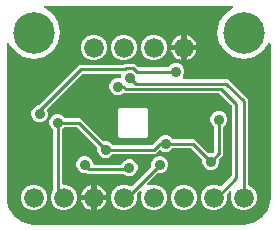
<source format=gbr>
G04 EAGLE Gerber RS-274X export*
G75*
%MOMM*%
%FSLAX34Y34*%
%LPD*%
%INBottom Copper*%
%IPPOS*%
%AMOC8*
5,1,8,0,0,1.08239X$1,22.5*%
G01*
%ADD10C,3.516000*%
%ADD11C,1.676400*%
%ADD12C,0.254000*%
%ADD13C,0.906400*%

G36*
X203222Y2543D02*
X203222Y2543D01*
X203300Y2545D01*
X206677Y2810D01*
X206745Y2824D01*
X206814Y2829D01*
X206970Y2869D01*
X213394Y4956D01*
X213501Y5006D01*
X213612Y5050D01*
X213663Y5083D01*
X213682Y5091D01*
X213697Y5104D01*
X213748Y5136D01*
X219212Y9107D01*
X219299Y9188D01*
X219346Y9227D01*
X219352Y9231D01*
X219353Y9232D01*
X219391Y9264D01*
X219429Y9310D01*
X219444Y9324D01*
X219455Y9342D01*
X219493Y9388D01*
X223464Y14852D01*
X223521Y14956D01*
X223585Y15056D01*
X223607Y15113D01*
X223617Y15131D01*
X223622Y15151D01*
X223644Y15206D01*
X225731Y21630D01*
X225744Y21698D01*
X225767Y21764D01*
X225790Y21923D01*
X226055Y25300D01*
X226055Y25304D01*
X226056Y25307D01*
X226055Y25326D01*
X226059Y25400D01*
X226059Y155096D01*
X226046Y155200D01*
X226042Y155304D01*
X226026Y155357D01*
X226019Y155411D01*
X225981Y155508D01*
X225951Y155609D01*
X225923Y155656D01*
X225902Y155707D01*
X225841Y155792D01*
X225787Y155881D01*
X225748Y155920D01*
X225716Y155965D01*
X225635Y156031D01*
X225561Y156104D01*
X225513Y156132D01*
X225471Y156167D01*
X225376Y156212D01*
X225286Y156264D01*
X225233Y156279D01*
X225183Y156303D01*
X225080Y156322D01*
X224980Y156351D01*
X224925Y156352D01*
X224871Y156363D01*
X224766Y156356D01*
X224662Y156359D01*
X224608Y156346D01*
X224553Y156343D01*
X224454Y156311D01*
X224352Y156287D01*
X224303Y156262D01*
X224251Y156245D01*
X224162Y156189D01*
X224070Y156141D01*
X224028Y156104D01*
X223982Y156075D01*
X223910Y155999D01*
X223832Y155929D01*
X223779Y155859D01*
X223764Y155843D01*
X223757Y155830D01*
X223735Y155801D01*
X219234Y149066D01*
X211878Y144150D01*
X203200Y142424D01*
X194522Y144150D01*
X187166Y149066D01*
X182250Y156422D01*
X180524Y165100D01*
X182250Y173778D01*
X187166Y181134D01*
X193901Y185635D01*
X193980Y185703D01*
X194065Y185764D01*
X194100Y185807D01*
X194141Y185843D01*
X194201Y185929D01*
X194267Y186009D01*
X194291Y186059D01*
X194322Y186105D01*
X194358Y186203D01*
X194403Y186297D01*
X194413Y186351D01*
X194432Y186403D01*
X194443Y186507D01*
X194463Y186610D01*
X194459Y186665D01*
X194465Y186719D01*
X194449Y186823D01*
X194443Y186927D01*
X194426Y186979D01*
X194418Y187034D01*
X194377Y187130D01*
X194345Y187229D01*
X194315Y187276D01*
X194294Y187327D01*
X194231Y187410D01*
X194175Y187498D01*
X194135Y187536D01*
X194101Y187580D01*
X194019Y187645D01*
X193943Y187716D01*
X193895Y187743D01*
X193852Y187777D01*
X193756Y187819D01*
X193665Y187870D01*
X193611Y187883D01*
X193561Y187906D01*
X193458Y187923D01*
X193357Y187949D01*
X193269Y187955D01*
X193247Y187958D01*
X193232Y187957D01*
X193196Y187959D01*
X35404Y187959D01*
X35300Y187946D01*
X35196Y187942D01*
X35143Y187926D01*
X35089Y187919D01*
X34992Y187881D01*
X34891Y187851D01*
X34844Y187823D01*
X34793Y187802D01*
X34708Y187741D01*
X34619Y187687D01*
X34580Y187648D01*
X34535Y187616D01*
X34469Y187535D01*
X34396Y187461D01*
X34368Y187413D01*
X34333Y187371D01*
X34288Y187276D01*
X34236Y187186D01*
X34221Y187133D01*
X34197Y187083D01*
X34178Y186980D01*
X34149Y186880D01*
X34148Y186825D01*
X34137Y186771D01*
X34144Y186666D01*
X34141Y186562D01*
X34154Y186508D01*
X34157Y186453D01*
X34189Y186354D01*
X34213Y186252D01*
X34238Y186203D01*
X34255Y186151D01*
X34311Y186062D01*
X34359Y185970D01*
X34396Y185928D01*
X34425Y185882D01*
X34501Y185810D01*
X34571Y185732D01*
X34641Y185679D01*
X34657Y185664D01*
X34670Y185657D01*
X34699Y185635D01*
X41434Y181134D01*
X46350Y173778D01*
X48076Y165100D01*
X46350Y156422D01*
X41434Y149066D01*
X34078Y144150D01*
X25400Y142424D01*
X16722Y144150D01*
X9366Y149066D01*
X4865Y155801D01*
X4797Y155880D01*
X4736Y155965D01*
X4693Y156000D01*
X4657Y156041D01*
X4571Y156101D01*
X4491Y156167D01*
X4441Y156191D01*
X4395Y156222D01*
X4297Y156258D01*
X4203Y156303D01*
X4149Y156313D01*
X4097Y156332D01*
X3993Y156343D01*
X3890Y156363D01*
X3835Y156359D01*
X3781Y156365D01*
X3677Y156349D01*
X3573Y156343D01*
X3521Y156326D01*
X3466Y156318D01*
X3370Y156277D01*
X3271Y156245D01*
X3224Y156215D01*
X3173Y156194D01*
X3090Y156131D01*
X3002Y156075D01*
X2964Y156035D01*
X2920Y156001D01*
X2855Y155919D01*
X2784Y155843D01*
X2757Y155795D01*
X2723Y155752D01*
X2681Y155656D01*
X2630Y155565D01*
X2617Y155511D01*
X2594Y155461D01*
X2577Y155358D01*
X2551Y155257D01*
X2545Y155169D01*
X2542Y155147D01*
X2543Y155132D01*
X2541Y155096D01*
X2541Y25400D01*
X2543Y25378D01*
X2545Y25300D01*
X2810Y21923D01*
X2824Y21855D01*
X2829Y21786D01*
X2869Y21630D01*
X4956Y15206D01*
X5006Y15099D01*
X5050Y14988D01*
X5083Y14937D01*
X5091Y14918D01*
X5104Y14903D01*
X5136Y14852D01*
X9107Y9388D01*
X9127Y9366D01*
X9138Y9348D01*
X9184Y9305D01*
X9188Y9301D01*
X9264Y9209D01*
X9310Y9171D01*
X9324Y9156D01*
X9342Y9145D01*
X9388Y9107D01*
X14596Y5322D01*
X14852Y5136D01*
X14956Y5079D01*
X15056Y5015D01*
X15113Y4993D01*
X15131Y4983D01*
X15151Y4978D01*
X15206Y4956D01*
X21630Y2869D01*
X21698Y2856D01*
X21764Y2833D01*
X21923Y2810D01*
X25300Y2545D01*
X25322Y2546D01*
X25400Y2541D01*
X203200Y2541D01*
X203222Y2543D01*
G37*
%LPC*%
G36*
X175627Y14477D02*
X175627Y14477D01*
X171613Y16140D01*
X168540Y19213D01*
X166877Y23227D01*
X166877Y27573D01*
X168540Y31587D01*
X171613Y34660D01*
X175627Y36323D01*
X179973Y36323D01*
X183480Y34870D01*
X183508Y34862D01*
X183535Y34849D01*
X183662Y34820D01*
X183787Y34786D01*
X183816Y34786D01*
X183845Y34779D01*
X183975Y34783D01*
X184105Y34781D01*
X184133Y34788D01*
X184163Y34789D01*
X184287Y34825D01*
X184414Y34855D01*
X184440Y34869D01*
X184468Y34877D01*
X184580Y34943D01*
X184695Y35004D01*
X184717Y35024D01*
X184742Y35039D01*
X184863Y35145D01*
X192922Y43203D01*
X192982Y43282D01*
X193050Y43354D01*
X193079Y43407D01*
X193116Y43455D01*
X193156Y43546D01*
X193204Y43632D01*
X193219Y43691D01*
X193243Y43747D01*
X193258Y43844D01*
X193283Y43940D01*
X193289Y44040D01*
X193293Y44061D01*
X193291Y44073D01*
X193293Y44101D01*
X193293Y102521D01*
X193281Y102619D01*
X193278Y102718D01*
X193261Y102776D01*
X193253Y102836D01*
X193217Y102928D01*
X193189Y103023D01*
X193159Y103076D01*
X193136Y103132D01*
X193078Y103212D01*
X193028Y103297D01*
X192962Y103373D01*
X192950Y103389D01*
X192940Y103397D01*
X192922Y103418D01*
X183174Y113166D01*
X183096Y113226D01*
X183024Y113294D01*
X182971Y113323D01*
X182923Y113360D01*
X182832Y113400D01*
X182745Y113448D01*
X182687Y113463D01*
X182631Y113487D01*
X182533Y113502D01*
X182437Y113527D01*
X182337Y113533D01*
X182317Y113537D01*
X182305Y113535D01*
X182277Y113537D01*
X101718Y113537D01*
X101713Y113540D01*
X101674Y113548D01*
X101638Y113564D01*
X101520Y113583D01*
X101403Y113609D01*
X101363Y113608D01*
X101323Y113614D01*
X101205Y113603D01*
X101085Y113599D01*
X101047Y113588D01*
X101007Y113584D01*
X100895Y113544D01*
X100780Y113511D01*
X100745Y113490D01*
X100708Y113477D01*
X100640Y113431D01*
X97927Y112307D01*
X95113Y112307D01*
X92514Y113384D01*
X90524Y115374D01*
X89447Y117973D01*
X89447Y120787D01*
X90524Y123386D01*
X92514Y125376D01*
X95113Y126453D01*
X97938Y126453D01*
X97945Y126449D01*
X98053Y126429D01*
X98159Y126400D01*
X98209Y126399D01*
X98258Y126390D01*
X98367Y126396D01*
X98477Y126395D01*
X98525Y126406D01*
X98575Y126409D01*
X98679Y126443D01*
X98786Y126469D01*
X98830Y126492D01*
X98877Y126507D01*
X98970Y126566D01*
X99067Y126617D01*
X99104Y126651D01*
X99146Y126677D01*
X99221Y126757D01*
X99303Y126831D01*
X99330Y126873D01*
X99364Y126909D01*
X99417Y127005D01*
X99477Y127097D01*
X99494Y127144D01*
X99518Y127188D01*
X99545Y127294D01*
X99581Y127398D01*
X99585Y127447D01*
X99597Y127496D01*
X99607Y127656D01*
X99607Y128490D01*
X99624Y128550D01*
X99624Y128600D01*
X99634Y128649D01*
X99627Y128758D01*
X99629Y128868D01*
X99617Y128917D01*
X99614Y128966D01*
X99580Y129071D01*
X99555Y129177D01*
X99531Y129222D01*
X99516Y129269D01*
X99457Y129362D01*
X99406Y129459D01*
X99373Y129496D01*
X99346Y129538D01*
X99266Y129613D01*
X99192Y129694D01*
X99151Y129721D01*
X99114Y129756D01*
X99018Y129809D01*
X98927Y129869D01*
X98879Y129885D01*
X98836Y129909D01*
X98730Y129936D01*
X98626Y129972D01*
X98576Y129976D01*
X98528Y129989D01*
X98367Y129999D01*
X67334Y129999D01*
X67236Y129986D01*
X67136Y129983D01*
X67078Y129967D01*
X67018Y129959D01*
X66926Y129922D01*
X66831Y129895D01*
X66779Y129864D01*
X66722Y129842D01*
X66642Y129784D01*
X66557Y129733D01*
X66482Y129667D01*
X66465Y129655D01*
X66457Y129646D01*
X66436Y129627D01*
X37250Y100441D01*
X37232Y100418D01*
X37210Y100398D01*
X37135Y100293D01*
X37055Y100190D01*
X37043Y100163D01*
X37027Y100138D01*
X36981Y100017D01*
X36929Y99898D01*
X36924Y99869D01*
X36914Y99841D01*
X36899Y99712D01*
X36879Y99584D01*
X36882Y99554D01*
X36879Y99525D01*
X36897Y99397D01*
X36909Y99267D01*
X36919Y99239D01*
X36923Y99210D01*
X36975Y99058D01*
X37553Y97663D01*
X37553Y94849D01*
X36476Y92250D01*
X34486Y90260D01*
X31887Y89184D01*
X29073Y89184D01*
X26474Y90260D01*
X24484Y92250D01*
X23407Y94849D01*
X23407Y97663D01*
X24484Y100263D01*
X26474Y102252D01*
X29294Y103420D01*
X29337Y103433D01*
X29389Y103464D01*
X29445Y103486D01*
X29525Y103544D01*
X29611Y103594D01*
X29686Y103661D01*
X29703Y103673D01*
X29710Y103682D01*
X29732Y103701D01*
X63651Y137620D01*
X100306Y137620D01*
X100404Y137633D01*
X100504Y137636D01*
X100562Y137652D01*
X100622Y137660D01*
X100714Y137697D01*
X100809Y137724D01*
X100861Y137755D01*
X100918Y137777D01*
X100998Y137835D01*
X101083Y137886D01*
X101158Y137952D01*
X101175Y137964D01*
X101183Y137973D01*
X101204Y137992D01*
X101857Y138645D01*
X111503Y138645D01*
X113886Y136262D01*
X113964Y136202D01*
X114036Y136134D01*
X114089Y136105D01*
X114137Y136068D01*
X114228Y136028D01*
X114315Y135980D01*
X114373Y135965D01*
X114429Y135941D01*
X114527Y135926D01*
X114623Y135901D01*
X114723Y135895D01*
X114743Y135891D01*
X114755Y135893D01*
X114783Y135891D01*
X139333Y135891D01*
X139431Y135903D01*
X139530Y135906D01*
X139588Y135923D01*
X139648Y135931D01*
X139740Y135967D01*
X139835Y135995D01*
X139888Y136025D01*
X139944Y136048D01*
X140024Y136106D01*
X140109Y136156D01*
X140185Y136222D01*
X140201Y136234D01*
X140209Y136244D01*
X140230Y136262D01*
X142044Y138076D01*
X144643Y139153D01*
X147457Y139153D01*
X150056Y138076D01*
X152046Y136086D01*
X153123Y133487D01*
X153123Y130673D01*
X152046Y128074D01*
X151870Y127898D01*
X151785Y127788D01*
X151696Y127681D01*
X151687Y127662D01*
X151675Y127646D01*
X151620Y127519D01*
X151560Y127393D01*
X151557Y127373D01*
X151549Y127354D01*
X151527Y127217D01*
X151501Y127080D01*
X151502Y127060D01*
X151499Y127040D01*
X151512Y126902D01*
X151520Y126763D01*
X151527Y126744D01*
X151528Y126724D01*
X151576Y126592D01*
X151618Y126461D01*
X151629Y126444D01*
X151636Y126424D01*
X151714Y126309D01*
X151789Y126192D01*
X151803Y126178D01*
X151815Y126161D01*
X151919Y126069D01*
X152020Y125974D01*
X152038Y125964D01*
X152053Y125951D01*
X152177Y125887D01*
X152299Y125820D01*
X152318Y125815D01*
X152336Y125806D01*
X152472Y125776D01*
X152607Y125741D01*
X152635Y125739D01*
X152647Y125736D01*
X152667Y125737D01*
X152767Y125731D01*
X189706Y125731D01*
X207011Y108426D01*
X207011Y36492D01*
X207014Y36463D01*
X207012Y36434D01*
X207034Y36305D01*
X207051Y36177D01*
X207061Y36149D01*
X207066Y36120D01*
X207120Y36002D01*
X207168Y35881D01*
X207185Y35857D01*
X207197Y35830D01*
X207278Y35729D01*
X207354Y35624D01*
X207377Y35605D01*
X207396Y35582D01*
X207499Y35504D01*
X207599Y35421D01*
X207626Y35408D01*
X207650Y35391D01*
X207794Y35320D01*
X209387Y34660D01*
X212460Y31587D01*
X214123Y27573D01*
X214123Y23227D01*
X212460Y19213D01*
X209387Y16140D01*
X205373Y14477D01*
X201027Y14477D01*
X197013Y16140D01*
X193940Y19213D01*
X192277Y23227D01*
X192277Y27573D01*
X192811Y28861D01*
X192829Y28928D01*
X192857Y28993D01*
X192871Y29081D01*
X192895Y29168D01*
X192896Y29238D01*
X192907Y29307D01*
X192899Y29396D01*
X192900Y29486D01*
X192884Y29554D01*
X192877Y29623D01*
X192847Y29708D01*
X192826Y29795D01*
X192793Y29857D01*
X192770Y29923D01*
X192719Y29997D01*
X192677Y30076D01*
X192630Y30128D01*
X192591Y30186D01*
X192524Y30245D01*
X192463Y30312D01*
X192405Y30350D01*
X192353Y30396D01*
X192273Y30437D01*
X192197Y30486D01*
X192131Y30509D01*
X192069Y30541D01*
X191982Y30560D01*
X191897Y30590D01*
X191827Y30595D01*
X191759Y30610D01*
X191669Y30608D01*
X191580Y30615D01*
X191511Y30603D01*
X191441Y30601D01*
X191355Y30576D01*
X191266Y30560D01*
X191203Y30532D01*
X191136Y30512D01*
X191058Y30467D01*
X190976Y30430D01*
X190922Y30386D01*
X190862Y30351D01*
X190741Y30244D01*
X189094Y28598D01*
X189034Y28520D01*
X188966Y28448D01*
X188937Y28395D01*
X188900Y28347D01*
X188860Y28256D01*
X188812Y28169D01*
X188797Y28110D01*
X188773Y28055D01*
X188758Y27957D01*
X188733Y27861D01*
X188727Y27761D01*
X188723Y27741D01*
X188725Y27728D01*
X188723Y27700D01*
X188723Y23227D01*
X187060Y19213D01*
X183987Y16140D01*
X179973Y14477D01*
X175627Y14477D01*
G37*
%LPD*%
%LPC*%
G36*
X48627Y14477D02*
X48627Y14477D01*
X44613Y16140D01*
X41540Y19213D01*
X39877Y23227D01*
X39877Y27573D01*
X41541Y31589D01*
X41598Y31663D01*
X41666Y31735D01*
X41695Y31788D01*
X41732Y31836D01*
X41772Y31927D01*
X41820Y32013D01*
X41835Y32072D01*
X41859Y32128D01*
X41874Y32225D01*
X41899Y32321D01*
X41905Y32422D01*
X41909Y32442D01*
X41907Y32454D01*
X41909Y32482D01*
X41909Y82183D01*
X41897Y82281D01*
X41894Y82380D01*
X41877Y82438D01*
X41869Y82498D01*
X41833Y82590D01*
X41805Y82685D01*
X41775Y82738D01*
X41752Y82794D01*
X41694Y82874D01*
X41644Y82959D01*
X41578Y83035D01*
X41566Y83051D01*
X41556Y83059D01*
X41538Y83080D01*
X39724Y84894D01*
X38647Y87493D01*
X38647Y90307D01*
X39724Y92906D01*
X41714Y94896D01*
X44313Y95973D01*
X47127Y95973D01*
X49726Y94896D01*
X51540Y93082D01*
X51618Y93022D01*
X51690Y92954D01*
X51743Y92925D01*
X51791Y92888D01*
X51882Y92848D01*
X51969Y92800D01*
X52027Y92785D01*
X52083Y92761D01*
X52181Y92746D01*
X52277Y92721D01*
X52377Y92715D01*
X52397Y92711D01*
X52409Y92713D01*
X52437Y92711D01*
X65078Y92711D01*
X84305Y73484D01*
X84383Y73424D01*
X84455Y73356D01*
X84508Y73327D01*
X84556Y73290D01*
X84647Y73250D01*
X84734Y73202D01*
X84792Y73187D01*
X84848Y73163D01*
X84946Y73148D01*
X85042Y73123D01*
X85142Y73117D01*
X85162Y73113D01*
X85174Y73115D01*
X85202Y73113D01*
X87767Y73113D01*
X90366Y72036D01*
X92180Y70222D01*
X92258Y70162D01*
X92330Y70094D01*
X92383Y70065D01*
X92431Y70028D01*
X92522Y69988D01*
X92609Y69940D01*
X92667Y69925D01*
X92723Y69901D01*
X92821Y69886D01*
X92917Y69861D01*
X93017Y69855D01*
X93037Y69851D01*
X93049Y69853D01*
X93077Y69851D01*
X124896Y69851D01*
X124994Y69863D01*
X125093Y69866D01*
X125151Y69883D01*
X125211Y69891D01*
X125303Y69927D01*
X125399Y69955D01*
X125451Y69985D01*
X125507Y70008D01*
X125587Y70066D01*
X125672Y70116D01*
X125748Y70182D01*
X125764Y70194D01*
X125772Y70204D01*
X125793Y70222D01*
X130510Y74939D01*
X130541Y74943D01*
X130640Y74946D01*
X130698Y74963D01*
X130758Y74971D01*
X130850Y75007D01*
X130945Y75035D01*
X130998Y75065D01*
X131054Y75088D01*
X131134Y75146D01*
X131219Y75196D01*
X131295Y75262D01*
X131311Y75274D01*
X131319Y75284D01*
X131340Y75302D01*
X133154Y77116D01*
X135753Y78193D01*
X138567Y78193D01*
X141166Y77116D01*
X142980Y75302D01*
X143058Y75242D01*
X143130Y75174D01*
X143183Y75145D01*
X143231Y75108D01*
X143322Y75068D01*
X143409Y75020D01*
X143467Y75005D01*
X143523Y74981D01*
X143621Y74966D01*
X143717Y74941D01*
X143817Y74935D01*
X143837Y74931D01*
X143849Y74933D01*
X143877Y74931D01*
X161598Y74931D01*
X173205Y63324D01*
X173283Y63264D01*
X173355Y63196D01*
X173408Y63167D01*
X173456Y63130D01*
X173547Y63090D01*
X173634Y63042D01*
X173692Y63027D01*
X173748Y63003D01*
X173846Y62988D01*
X173942Y62963D01*
X174042Y62957D01*
X174062Y62953D01*
X174074Y62955D01*
X174102Y62953D01*
X176418Y62953D01*
X176516Y62965D01*
X176615Y62968D01*
X176673Y62985D01*
X176733Y62993D01*
X176825Y63029D01*
X176921Y63057D01*
X176973Y63087D01*
X177029Y63110D01*
X177109Y63168D01*
X177194Y63218D01*
X177270Y63284D01*
X177286Y63296D01*
X177294Y63306D01*
X177315Y63324D01*
X177999Y64008D01*
X178060Y64086D01*
X178128Y64159D01*
X178157Y64212D01*
X178194Y64259D01*
X178233Y64350D01*
X178281Y64437D01*
X178296Y64496D01*
X178320Y64551D01*
X178336Y64649D01*
X178361Y64745D01*
X178367Y64845D01*
X178370Y64865D01*
X178369Y64878D01*
X178371Y64906D01*
X178371Y84723D01*
X178358Y84821D01*
X178355Y84920D01*
X178339Y84978D01*
X178331Y85038D01*
X178294Y85130D01*
X178267Y85225D01*
X178236Y85278D01*
X178214Y85334D01*
X178156Y85414D01*
X178105Y85499D01*
X178039Y85575D01*
X178027Y85591D01*
X178018Y85599D01*
X177999Y85620D01*
X176186Y87434D01*
X175109Y90033D01*
X175109Y92847D01*
X176186Y95446D01*
X178175Y97436D01*
X180775Y98513D01*
X183588Y98513D01*
X186188Y97436D01*
X188177Y95446D01*
X189254Y92847D01*
X189254Y90033D01*
X188177Y87434D01*
X186364Y85620D01*
X186303Y85542D01*
X186235Y85470D01*
X186206Y85417D01*
X186169Y85369D01*
X186130Y85278D01*
X186082Y85191D01*
X186067Y85133D01*
X186043Y85077D01*
X186027Y84979D01*
X186002Y84883D01*
X185996Y84783D01*
X185993Y84763D01*
X185994Y84751D01*
X185992Y84723D01*
X185992Y61223D01*
X182704Y57935D01*
X182644Y57857D01*
X182576Y57785D01*
X182547Y57732D01*
X182510Y57684D01*
X182470Y57593D01*
X182422Y57506D01*
X182407Y57448D01*
X182383Y57392D01*
X182368Y57294D01*
X182343Y57198D01*
X182337Y57098D01*
X182333Y57078D01*
X182335Y57066D01*
X182333Y57038D01*
X182333Y54473D01*
X181256Y51874D01*
X179266Y49884D01*
X176667Y48807D01*
X173853Y48807D01*
X171254Y49884D01*
X169264Y51874D01*
X168187Y54473D01*
X168187Y57038D01*
X168175Y57136D01*
X168172Y57235D01*
X168155Y57293D01*
X168147Y57353D01*
X168111Y57445D01*
X168083Y57541D01*
X168053Y57593D01*
X168030Y57649D01*
X167972Y57729D01*
X167922Y57814D01*
X167856Y57890D01*
X167844Y57906D01*
X167834Y57914D01*
X167816Y57935D01*
X158813Y66938D01*
X158735Y66998D01*
X158663Y67066D01*
X158610Y67095D01*
X158562Y67132D01*
X158471Y67172D01*
X158384Y67220D01*
X158326Y67235D01*
X158270Y67259D01*
X158172Y67274D01*
X158076Y67299D01*
X157976Y67305D01*
X157956Y67309D01*
X157944Y67307D01*
X157916Y67309D01*
X143877Y67309D01*
X143779Y67297D01*
X143680Y67294D01*
X143622Y67277D01*
X143562Y67269D01*
X143470Y67233D01*
X143375Y67205D01*
X143322Y67175D01*
X143266Y67152D01*
X143186Y67094D01*
X143101Y67044D01*
X143025Y66978D01*
X143009Y66966D01*
X143001Y66956D01*
X142980Y66938D01*
X141166Y65124D01*
X138567Y64047D01*
X135753Y64047D01*
X133118Y65139D01*
X133117Y65140D01*
X133028Y65219D01*
X132992Y65237D01*
X132960Y65262D01*
X132850Y65309D01*
X132744Y65363D01*
X132705Y65372D01*
X132668Y65388D01*
X132550Y65407D01*
X132434Y65433D01*
X132394Y65432D01*
X132354Y65438D01*
X132235Y65427D01*
X132116Y65423D01*
X132077Y65412D01*
X132037Y65408D01*
X131925Y65368D01*
X131811Y65335D01*
X131776Y65314D01*
X131738Y65301D01*
X131639Y65234D01*
X131537Y65173D01*
X131492Y65133D01*
X131475Y65122D01*
X131461Y65107D01*
X131416Y65067D01*
X131182Y64833D01*
X128578Y62229D01*
X93077Y62229D01*
X92979Y62217D01*
X92880Y62214D01*
X92822Y62197D01*
X92762Y62189D01*
X92670Y62153D01*
X92575Y62125D01*
X92522Y62095D01*
X92466Y62072D01*
X92386Y62014D01*
X92301Y61964D01*
X92225Y61898D01*
X92209Y61886D01*
X92201Y61876D01*
X92180Y61858D01*
X90366Y60044D01*
X87767Y58967D01*
X84953Y58967D01*
X82354Y60044D01*
X80364Y62034D01*
X79287Y64633D01*
X79287Y67198D01*
X79275Y67296D01*
X79272Y67395D01*
X79255Y67453D01*
X79247Y67513D01*
X79211Y67605D01*
X79183Y67701D01*
X79153Y67753D01*
X79130Y67809D01*
X79072Y67889D01*
X79022Y67974D01*
X78956Y68050D01*
X78944Y68066D01*
X78934Y68074D01*
X78916Y68095D01*
X62293Y84718D01*
X62215Y84778D01*
X62143Y84846D01*
X62090Y84875D01*
X62042Y84912D01*
X61951Y84952D01*
X61864Y85000D01*
X61806Y85015D01*
X61750Y85039D01*
X61652Y85054D01*
X61556Y85079D01*
X61456Y85085D01*
X61436Y85089D01*
X61424Y85087D01*
X61396Y85089D01*
X52437Y85089D01*
X52339Y85077D01*
X52240Y85074D01*
X52182Y85057D01*
X52122Y85049D01*
X52030Y85013D01*
X51935Y84985D01*
X51882Y84955D01*
X51826Y84932D01*
X51746Y84874D01*
X51661Y84824D01*
X51585Y84758D01*
X51569Y84746D01*
X51561Y84736D01*
X51540Y84718D01*
X49902Y83080D01*
X49842Y83002D01*
X49774Y82930D01*
X49745Y82877D01*
X49708Y82829D01*
X49668Y82738D01*
X49620Y82651D01*
X49605Y82593D01*
X49581Y82537D01*
X49566Y82439D01*
X49541Y82343D01*
X49535Y82243D01*
X49531Y82223D01*
X49533Y82211D01*
X49531Y82183D01*
X49531Y37592D01*
X49546Y37474D01*
X49553Y37355D01*
X49566Y37317D01*
X49571Y37276D01*
X49614Y37166D01*
X49651Y37053D01*
X49673Y37018D01*
X49688Y36981D01*
X49757Y36885D01*
X49821Y36784D01*
X49851Y36756D01*
X49874Y36723D01*
X49966Y36647D01*
X50053Y36566D01*
X50088Y36546D01*
X50119Y36521D01*
X50227Y36470D01*
X50331Y36412D01*
X50371Y36402D01*
X50407Y36385D01*
X50524Y36363D01*
X50639Y36333D01*
X50699Y36329D01*
X50719Y36325D01*
X50740Y36327D01*
X50800Y36323D01*
X52973Y36323D01*
X56987Y34660D01*
X60060Y31587D01*
X61723Y27573D01*
X61723Y23227D01*
X60060Y19213D01*
X56987Y16140D01*
X52973Y14477D01*
X48627Y14477D01*
G37*
%LPD*%
%LPC*%
G36*
X99427Y14477D02*
X99427Y14477D01*
X95413Y16140D01*
X92340Y19213D01*
X90677Y23227D01*
X90677Y27573D01*
X92340Y31587D01*
X95413Y34660D01*
X99427Y36323D01*
X103773Y36323D01*
X107162Y34919D01*
X107190Y34911D01*
X107216Y34898D01*
X107343Y34869D01*
X107468Y34835D01*
X107498Y34835D01*
X107527Y34828D01*
X107657Y34832D01*
X107786Y34830D01*
X107815Y34837D01*
X107845Y34838D01*
X107969Y34874D01*
X108096Y34904D01*
X108122Y34918D01*
X108150Y34926D01*
X108262Y34992D01*
X108377Y35053D01*
X108399Y35073D01*
X108424Y35088D01*
X108545Y35194D01*
X124636Y51285D01*
X124696Y51363D01*
X124764Y51435D01*
X124793Y51488D01*
X124830Y51536D01*
X124870Y51627D01*
X124918Y51714D01*
X124933Y51772D01*
X124957Y51828D01*
X124972Y51926D01*
X124997Y52022D01*
X125003Y52122D01*
X125007Y52142D01*
X125005Y52154D01*
X125007Y52182D01*
X125007Y54747D01*
X126084Y57346D01*
X128074Y59336D01*
X129163Y59787D01*
X129224Y59822D01*
X129289Y59848D01*
X129362Y59900D01*
X129440Y59945D01*
X129490Y59993D01*
X129504Y60004D01*
X129513Y60005D01*
X129603Y60008D01*
X129670Y60027D01*
X129739Y60037D01*
X129891Y60089D01*
X130673Y60413D01*
X133487Y60413D01*
X136086Y59336D01*
X138076Y57346D01*
X139153Y54747D01*
X139153Y51933D01*
X138076Y49334D01*
X136086Y47344D01*
X133487Y46267D01*
X130922Y46267D01*
X130824Y46255D01*
X130725Y46252D01*
X130667Y46235D01*
X130607Y46227D01*
X130515Y46191D01*
X130419Y46163D01*
X130367Y46133D01*
X130311Y46110D01*
X130231Y46052D01*
X130146Y46002D01*
X130070Y45936D01*
X130054Y45924D01*
X130046Y45914D01*
X130025Y45896D01*
X121870Y37741D01*
X121827Y37686D01*
X121777Y37637D01*
X121730Y37561D01*
X121675Y37490D01*
X121647Y37425D01*
X121611Y37366D01*
X121585Y37280D01*
X121549Y37198D01*
X121538Y37129D01*
X121517Y37062D01*
X121513Y36973D01*
X121499Y36884D01*
X121505Y36814D01*
X121502Y36744D01*
X121520Y36657D01*
X121529Y36567D01*
X121552Y36501D01*
X121566Y36433D01*
X121606Y36352D01*
X121636Y36268D01*
X121676Y36210D01*
X121706Y36147D01*
X121764Y36079D01*
X121815Y36005D01*
X121867Y35958D01*
X121913Y35905D01*
X121986Y35854D01*
X122053Y35794D01*
X122116Y35762D01*
X122173Y35722D01*
X122257Y35690D01*
X122337Y35649D01*
X122405Y35634D01*
X122470Y35609D01*
X122559Y35599D01*
X122647Y35580D01*
X122717Y35582D01*
X122786Y35574D01*
X122875Y35587D01*
X122965Y35589D01*
X123032Y35609D01*
X123101Y35619D01*
X123253Y35671D01*
X124827Y36323D01*
X129173Y36323D01*
X133187Y34660D01*
X136260Y31587D01*
X137923Y27573D01*
X137923Y23227D01*
X136260Y19213D01*
X133187Y16140D01*
X129173Y14477D01*
X124827Y14477D01*
X120813Y16140D01*
X117740Y19213D01*
X116077Y23227D01*
X116077Y27573D01*
X116729Y29147D01*
X116748Y29214D01*
X116775Y29278D01*
X116790Y29367D01*
X116813Y29453D01*
X116814Y29523D01*
X116825Y29592D01*
X116817Y29682D01*
X116818Y29771D01*
X116802Y29839D01*
X116795Y29909D01*
X116765Y29993D01*
X116744Y30081D01*
X116712Y30142D01*
X116688Y30208D01*
X116637Y30282D01*
X116595Y30362D01*
X116548Y30413D01*
X116509Y30471D01*
X116442Y30531D01*
X116382Y30597D01*
X116323Y30636D01*
X116271Y30682D01*
X116191Y30723D01*
X116116Y30772D01*
X116050Y30795D01*
X115988Y30826D01*
X115900Y30846D01*
X115815Y30875D01*
X115745Y30881D01*
X115677Y30896D01*
X115588Y30893D01*
X115498Y30900D01*
X115429Y30888D01*
X115359Y30886D01*
X115273Y30861D01*
X115185Y30846D01*
X115121Y30817D01*
X115054Y30798D01*
X114977Y30752D01*
X114895Y30715D01*
X114840Y30672D01*
X114780Y30636D01*
X114659Y30530D01*
X112882Y28753D01*
X112864Y28729D01*
X112841Y28710D01*
X112766Y28604D01*
X112687Y28502D01*
X112675Y28474D01*
X112658Y28450D01*
X112612Y28329D01*
X112561Y28210D01*
X112556Y28180D01*
X112546Y28153D01*
X112531Y28024D01*
X112511Y27896D01*
X112514Y27866D01*
X112510Y27837D01*
X112523Y27749D01*
X112523Y23227D01*
X110860Y19213D01*
X107787Y16140D01*
X103773Y14477D01*
X99427Y14477D01*
G37*
%LPD*%
%LPC*%
G36*
X98008Y76199D02*
X98008Y76199D01*
X96519Y77688D01*
X96519Y100112D01*
X98008Y101601D01*
X120432Y101601D01*
X121921Y100112D01*
X121921Y77688D01*
X120432Y76199D01*
X98008Y76199D01*
G37*
%LPD*%
%LPC*%
G36*
X105106Y43560D02*
X105106Y43560D01*
X102506Y44637D01*
X101796Y45348D01*
X101717Y45408D01*
X101645Y45476D01*
X101592Y45505D01*
X101544Y45542D01*
X101453Y45582D01*
X101367Y45630D01*
X101308Y45645D01*
X101252Y45669D01*
X101154Y45684D01*
X101059Y45709D01*
X100959Y45715D01*
X100938Y45719D01*
X100926Y45717D01*
X100898Y45719D01*
X70812Y45719D01*
X70635Y45896D01*
X70557Y45956D01*
X70485Y46024D01*
X70432Y46053D01*
X70384Y46090D01*
X70293Y46130D01*
X70206Y46178D01*
X70148Y46193D01*
X70092Y46217D01*
X69994Y46232D01*
X69898Y46257D01*
X69798Y46263D01*
X69778Y46267D01*
X69766Y46265D01*
X69738Y46267D01*
X67173Y46267D01*
X64574Y47344D01*
X62584Y49334D01*
X61507Y51933D01*
X61507Y54747D01*
X62584Y57346D01*
X64574Y59336D01*
X67173Y60413D01*
X69987Y60413D01*
X72586Y59336D01*
X74576Y57346D01*
X75653Y54747D01*
X75653Y54610D01*
X75668Y54492D01*
X75675Y54373D01*
X75688Y54335D01*
X75693Y54294D01*
X75736Y54184D01*
X75773Y54071D01*
X75795Y54036D01*
X75810Y53999D01*
X75879Y53903D01*
X75943Y53802D01*
X75973Y53774D01*
X75996Y53741D01*
X76088Y53665D01*
X76175Y53584D01*
X76210Y53564D01*
X76241Y53539D01*
X76349Y53488D01*
X76453Y53430D01*
X76493Y53420D01*
X76529Y53403D01*
X76646Y53381D01*
X76761Y53351D01*
X76821Y53347D01*
X76841Y53343D01*
X76862Y53345D01*
X76922Y53341D01*
X99131Y53341D01*
X99160Y53344D01*
X99190Y53342D01*
X99317Y53364D01*
X99446Y53381D01*
X99474Y53391D01*
X99503Y53396D01*
X99622Y53450D01*
X99742Y53498D01*
X99766Y53515D01*
X99793Y53527D01*
X99895Y53608D01*
X99999Y53684D01*
X100018Y53707D01*
X100041Y53726D01*
X100119Y53829D01*
X100202Y53929D01*
X100215Y53956D01*
X100233Y53980D01*
X100304Y54124D01*
X100517Y54639D01*
X102506Y56629D01*
X105106Y57705D01*
X107920Y57705D01*
X110519Y56629D01*
X112509Y54639D01*
X113585Y52040D01*
X113585Y49226D01*
X112509Y46626D01*
X110519Y44637D01*
X107920Y43560D01*
X105106Y43560D01*
G37*
%LPD*%
%LPC*%
G36*
X124827Y141477D02*
X124827Y141477D01*
X120813Y143140D01*
X117740Y146213D01*
X116077Y150227D01*
X116077Y154573D01*
X117740Y158587D01*
X120813Y161660D01*
X124827Y163323D01*
X129173Y163323D01*
X133187Y161660D01*
X136260Y158587D01*
X137923Y154573D01*
X137923Y150227D01*
X136260Y146213D01*
X133187Y143140D01*
X129173Y141477D01*
X124827Y141477D01*
G37*
%LPD*%
%LPC*%
G36*
X99427Y141477D02*
X99427Y141477D01*
X95413Y143140D01*
X92340Y146213D01*
X90677Y150227D01*
X90677Y154573D01*
X92340Y158587D01*
X95413Y161660D01*
X99427Y163323D01*
X103773Y163323D01*
X107787Y161660D01*
X110860Y158587D01*
X112523Y154573D01*
X112523Y150227D01*
X110860Y146213D01*
X107787Y143140D01*
X103773Y141477D01*
X99427Y141477D01*
G37*
%LPD*%
%LPC*%
G36*
X74027Y141477D02*
X74027Y141477D01*
X70013Y143140D01*
X66940Y146213D01*
X65277Y150227D01*
X65277Y154573D01*
X66940Y158587D01*
X70013Y161660D01*
X74027Y163323D01*
X78373Y163323D01*
X82387Y161660D01*
X85460Y158587D01*
X87123Y154573D01*
X87123Y150227D01*
X85460Y146213D01*
X82387Y143140D01*
X78373Y141477D01*
X74027Y141477D01*
G37*
%LPD*%
%LPC*%
G36*
X150227Y14477D02*
X150227Y14477D01*
X146213Y16140D01*
X143140Y19213D01*
X141477Y23227D01*
X141477Y27573D01*
X143140Y31587D01*
X146213Y34660D01*
X150227Y36323D01*
X154573Y36323D01*
X158587Y34660D01*
X161660Y31587D01*
X163323Y27573D01*
X163323Y23227D01*
X161660Y19213D01*
X158587Y16140D01*
X154573Y14477D01*
X150227Y14477D01*
G37*
%LPD*%
%LPC*%
G36*
X23227Y14477D02*
X23227Y14477D01*
X19213Y16140D01*
X16140Y19213D01*
X14477Y23227D01*
X14477Y27573D01*
X16140Y31587D01*
X19213Y34660D01*
X23227Y36323D01*
X27573Y36323D01*
X31587Y34660D01*
X34660Y31587D01*
X36323Y27573D01*
X36323Y23227D01*
X34660Y19213D01*
X31587Y16140D01*
X27573Y14477D01*
X23227Y14477D01*
G37*
%LPD*%
%LPC*%
G36*
X154899Y154899D02*
X154899Y154899D01*
X154899Y163063D01*
X154958Y163054D01*
X156593Y162523D01*
X158125Y161742D01*
X159516Y160731D01*
X160731Y159516D01*
X161742Y158125D01*
X162523Y156593D01*
X163054Y154958D01*
X163063Y154899D01*
X154899Y154899D01*
G37*
%LPD*%
%LPC*%
G36*
X78699Y27899D02*
X78699Y27899D01*
X78699Y36063D01*
X78758Y36054D01*
X80393Y35523D01*
X81925Y34742D01*
X83316Y33731D01*
X84531Y32516D01*
X85542Y31125D01*
X86323Y29593D01*
X86854Y27958D01*
X86863Y27899D01*
X78699Y27899D01*
G37*
%LPD*%
%LPC*%
G36*
X141737Y154899D02*
X141737Y154899D01*
X141746Y154958D01*
X142277Y156593D01*
X143058Y158125D01*
X144069Y159516D01*
X145284Y160731D01*
X146675Y161742D01*
X148207Y162523D01*
X149842Y163054D01*
X149901Y163063D01*
X149901Y154899D01*
X141737Y154899D01*
G37*
%LPD*%
%LPC*%
G36*
X154899Y149901D02*
X154899Y149901D01*
X163063Y149901D01*
X163054Y149842D01*
X162523Y148207D01*
X161742Y146675D01*
X160731Y145284D01*
X159516Y144069D01*
X158125Y143058D01*
X156593Y142277D01*
X154958Y141746D01*
X154899Y141737D01*
X154899Y149901D01*
G37*
%LPD*%
%LPC*%
G36*
X65537Y27899D02*
X65537Y27899D01*
X65546Y27958D01*
X66077Y29593D01*
X66858Y31125D01*
X67869Y32516D01*
X69084Y33731D01*
X70475Y34742D01*
X72007Y35523D01*
X73642Y36054D01*
X73701Y36063D01*
X73701Y27899D01*
X65537Y27899D01*
G37*
%LPD*%
%LPC*%
G36*
X78699Y22901D02*
X78699Y22901D01*
X86863Y22901D01*
X86854Y22842D01*
X86323Y21207D01*
X85542Y19675D01*
X84531Y18284D01*
X83316Y17069D01*
X81925Y16058D01*
X80393Y15277D01*
X78758Y14746D01*
X78699Y14737D01*
X78699Y22901D01*
G37*
%LPD*%
%LPC*%
G36*
X149842Y141746D02*
X149842Y141746D01*
X148207Y142277D01*
X146675Y143058D01*
X145284Y144069D01*
X144069Y145284D01*
X143058Y146675D01*
X142277Y148207D01*
X141746Y149842D01*
X141737Y149901D01*
X149901Y149901D01*
X149901Y141737D01*
X149842Y141746D01*
G37*
%LPD*%
%LPC*%
G36*
X73642Y14746D02*
X73642Y14746D01*
X72007Y15277D01*
X70475Y16058D01*
X69084Y17069D01*
X67869Y18284D01*
X66858Y19675D01*
X66077Y21207D01*
X65546Y22842D01*
X65537Y22901D01*
X73701Y22901D01*
X73701Y14737D01*
X73642Y14746D01*
G37*
%LPD*%
D10*
X25400Y165100D03*
X203200Y165100D03*
D11*
X25400Y25400D03*
X50800Y25400D03*
X76200Y25400D03*
X101600Y25400D03*
X127000Y25400D03*
X152400Y25400D03*
X177800Y25400D03*
X203200Y25400D03*
X76200Y152400D03*
X101600Y152400D03*
X127000Y152400D03*
X152400Y152400D03*
D12*
X184381Y117348D02*
X197104Y104625D01*
X197104Y41997D02*
X180507Y25400D01*
X177800Y25400D01*
X197104Y41997D02*
X197104Y104625D01*
D13*
X96520Y119380D03*
D12*
X101433Y119380D01*
X103465Y117348D01*
X184381Y117348D01*
X188127Y121920D02*
X111760Y121920D01*
X106680Y127000D01*
X188127Y121920D02*
X203200Y106847D01*
X203200Y25400D01*
D13*
X106680Y127000D03*
X87630Y109220D03*
X64770Y116840D03*
X38100Y130810D03*
X55880Y45720D03*
X175260Y55880D03*
D12*
X160020Y71120D01*
X137160Y71120D01*
D13*
X137160Y71120D03*
X45720Y88900D03*
X86360Y66040D03*
D12*
X63500Y88900D02*
X45720Y88900D01*
X63500Y88900D02*
X86360Y66040D01*
X132080Y71120D02*
X137160Y71120D01*
X132080Y71120D02*
X127000Y66040D01*
X86360Y66040D01*
D13*
X182182Y91440D03*
D12*
X182182Y62802D01*
X175260Y55880D01*
X45720Y30480D02*
X45720Y88900D01*
X45720Y30480D02*
X50800Y25400D01*
D13*
X106513Y50633D03*
X68580Y53340D03*
D12*
X72390Y49530D02*
X105410Y49530D01*
X72390Y49530D02*
X68580Y53340D01*
X105410Y49530D02*
X106513Y50633D01*
D13*
X146050Y132080D03*
D12*
X112679Y132080D01*
X109925Y134834D01*
X103435Y134834D01*
X102411Y133810D01*
X65230Y133810D01*
X29210Y97790D01*
X30480Y96520D01*
X30480Y96256D01*
D13*
X30480Y96256D03*
D12*
X104140Y25400D02*
X132080Y53340D01*
X104140Y25400D02*
X101600Y25400D01*
D13*
X132080Y53340D03*
M02*

</source>
